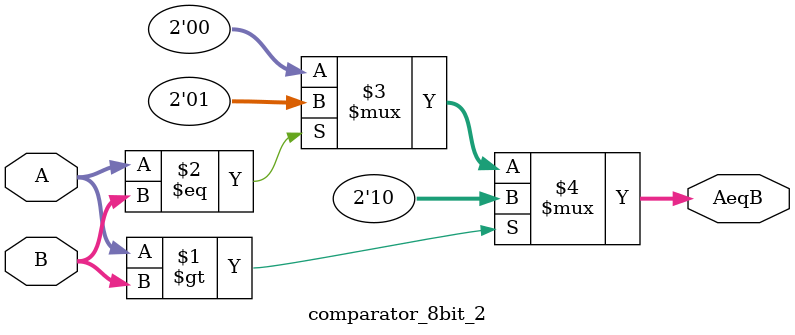
<source format=v>
module comparator_8bit_2 (
    input  [7:0] A,
    input  [7:0] B,
    output [1:0] AeqB
);
  assign AeqB = (A > B) ? 2'b10 : (A == B) ? 2'b01 : 2'b00;
endmodule


</source>
